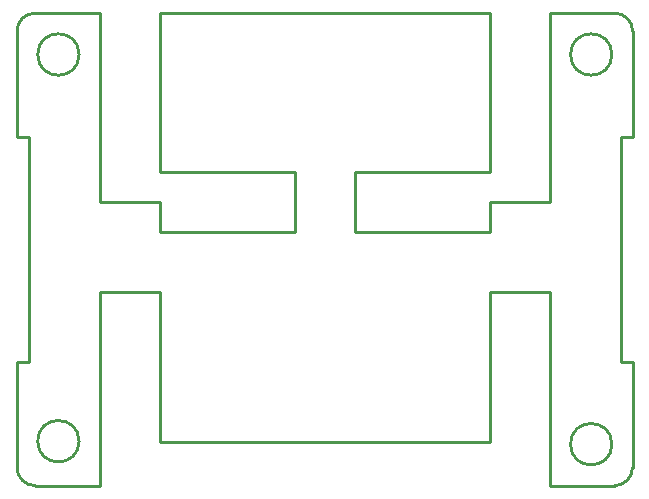
<source format=gm1>
G04*
G04 #@! TF.GenerationSoftware,Altium Limited,Altium Designer,20.2.6 (244)*
G04*
G04 Layer_Color=16711935*
%FSLAX25Y25*%
%MOIN*%
G70*
G04*
G04 #@! TF.SameCoordinates,AC53DD8C-A68E-409E-BB1C-E70DDFC25F91*
G04*
G04*
G04 #@! TF.FilePolarity,Positive*
G04*
G01*
G75*
%ADD10C,0.01000*%
D10*
X351100Y378200D02*
G03*
X351100Y378200I-6900J0D01*
G01*
X336400Y392000D02*
G03*
X330400Y386000I0J-6000D01*
G01*
Y240500D02*
G03*
X336400Y234500I6000J0D01*
G01*
Y392000D02*
G03*
X330400Y386000I0J-6000D01*
G01*
Y240500D02*
G03*
X336400Y234500I6000J0D01*
G01*
X351100Y249300D02*
G03*
X351100Y249300I-6900J0D01*
G01*
D02*
G03*
X351100Y249300I-6900J0D01*
G01*
Y378200D02*
G03*
X351100Y378200I-6900J0D01*
G01*
X535600Y386000D02*
G03*
X529600Y392000I-6000J0D01*
G01*
Y234500D02*
G03*
X535600Y240500I0J6000D01*
G01*
X528700Y378200D02*
G03*
X528700Y378200I-6900J0D01*
G01*
Y248300D02*
G03*
X528700Y248300I-6900J0D01*
G01*
X334400Y275800D02*
Y350700D01*
X330400Y275800D02*
X334400D01*
X330400Y350700D02*
X334400D01*
X330400Y240500D02*
Y275800D01*
Y350700D02*
Y386000D01*
X336400Y392000D02*
X358000D01*
X336400Y234500D02*
X358000D01*
X330400Y240500D02*
Y275800D01*
X334400D02*
Y350700D01*
X330400D02*
Y386000D01*
Y350700D02*
X334400D01*
X330400Y275800D02*
X334400D01*
X336400Y234500D02*
X358000D01*
X336400Y392000D02*
X358000D01*
X508000D02*
X529600D01*
X535600Y350700D02*
Y386000D01*
X531600Y350700D02*
X535600D01*
X531600Y275800D02*
X535600D01*
X531600D02*
Y350700D01*
X535600Y240500D02*
Y275800D01*
X508000Y234500D02*
X529600D01*
X508000Y329000D02*
Y392000D01*
Y234500D02*
Y299000D01*
X488000Y319000D02*
Y329000D01*
Y249000D02*
Y299000D01*
X378000Y249000D02*
X488000D01*
X358000Y234500D02*
Y299000D01*
X378000D01*
X358000Y329000D02*
Y392000D01*
Y329000D02*
X378000D01*
Y319000D02*
Y329000D01*
X488000Y299000D02*
X508000D01*
X488000Y329000D02*
X508000D01*
X423000Y319000D02*
Y339000D01*
X443000Y319000D02*
Y339000D01*
Y319000D02*
X488000D01*
X443000Y339000D02*
X488000D01*
X378000Y319000D02*
X423000D01*
X378000Y339000D02*
X423000D01*
X378000Y249000D02*
Y299000D01*
X488000Y339000D02*
Y392000D01*
X378000Y339000D02*
Y392000D01*
X488000D01*
M02*

</source>
